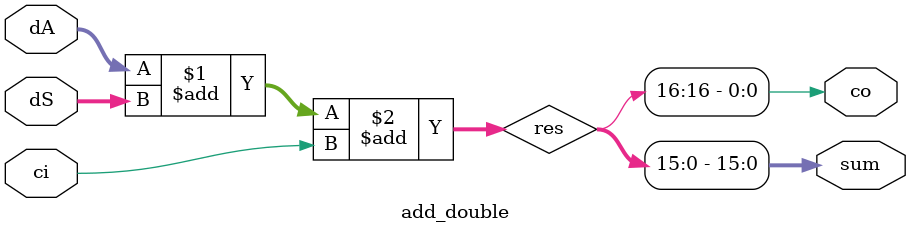
<source format=v>
module add_double(
	input [15:0] dA, dS,
	input ci,
	output [15:0] sum,
	output co
	);

	wire [16:0] res;

	assign res = dA + dS + ci;
	assign sum = res[15:0];
	assign co = res[16];
endmodule

</source>
